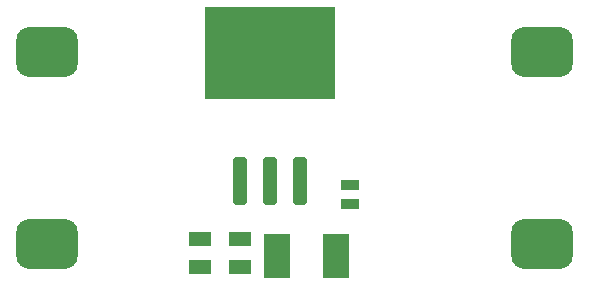
<source format=gts>
G04*
G04 #@! TF.GenerationSoftware,Altium Limited,Altium Designer,22.9.1 (49)*
G04*
G04 Layer_Color=8388736*
%FSLAX44Y44*%
%MOMM*%
G71*
G04*
G04 #@! TF.SameCoordinates,59EC4BF1-2BCA-4342-B93F-3057B8F9A546*
G04*
G04*
G04 #@! TF.FilePolarity,Negative*
G04*
G01*
G75*
G04:AMPARAMS|DCode=19|XSize=5.2032mm|YSize=4.2032mm|CornerRadius=1.1016mm|HoleSize=0mm|Usage=FLASHONLY|Rotation=0.000|XOffset=0mm|YOffset=0mm|HoleType=Round|Shape=RoundedRectangle|*
%AMROUNDEDRECTD19*
21,1,5.2032,2.0000,0,0,0.0*
21,1,3.0000,4.2032,0,0,0.0*
1,1,2.2032,1.5000,-1.0000*
1,1,2.2032,-1.5000,-1.0000*
1,1,2.2032,-1.5000,1.0000*
1,1,2.2032,1.5000,1.0000*
%
%ADD19ROUNDEDRECTD19*%
G04:AMPARAMS|DCode=20|XSize=3.9932mm|YSize=1.1932mm|CornerRadius=0.2253mm|HoleSize=0mm|Usage=FLASHONLY|Rotation=90.000|XOffset=0mm|YOffset=0mm|HoleType=Round|Shape=RoundedRectangle|*
%AMROUNDEDRECTD20*
21,1,3.9932,0.7425,0,0,90.0*
21,1,3.5425,1.1932,0,0,90.0*
1,1,0.4507,0.3713,1.7713*
1,1,0.4507,0.3713,-1.7713*
1,1,0.4507,-0.3713,-1.7713*
1,1,0.4507,-0.3713,1.7713*
%
%ADD20ROUNDEDRECTD20*%
%ADD21R,11.0432X7.8232*%
%ADD22R,1.5000X0.9000*%
%ADD23R,1.9000X1.3000*%
%ADD24R,2.2732X3.7132*%
D19*
X1172210Y322878D02*
D03*
X753110D02*
D03*
Y485140D02*
D03*
X1172210D02*
D03*
D20*
X916940Y375920D02*
D03*
X942340D02*
D03*
X967740D02*
D03*
D21*
X942340Y484720D02*
D03*
D22*
X1009650Y356490D02*
D03*
Y372490D02*
D03*
D23*
X916940Y302960D02*
D03*
Y326960D02*
D03*
X882650Y326960D02*
D03*
Y302960D02*
D03*
D24*
X948110Y312420D02*
D03*
X997530D02*
D03*
M02*

</source>
